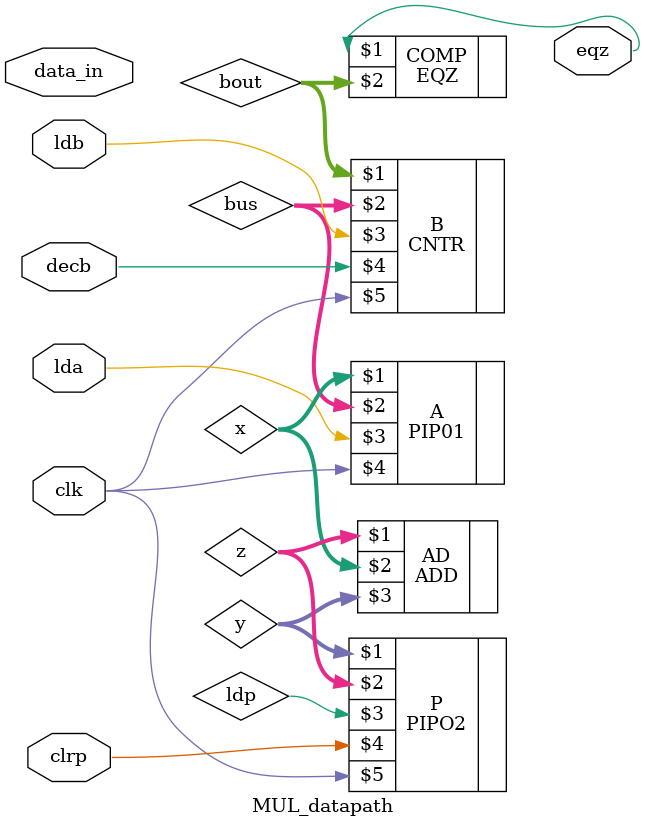
<source format=v>
module MUL_datapath(eqz, lda, ldb,clrp,decb, data_in,clk); 
input lda, ldb,clrp,decb,clk; 
input [15:0]data_in; 
output eqz;
wire [15:0]x,y,z, bout, bus;

PIP01 A(x, bus, lda, clk);
PIPO2 P (y,z, ldp, clrp, clk);
CNTR B (bout, bus, ldb, decb, clk);
ADD AD (z,x,y);
EQZ COMP (eqz, bout);

endmodule

</source>
